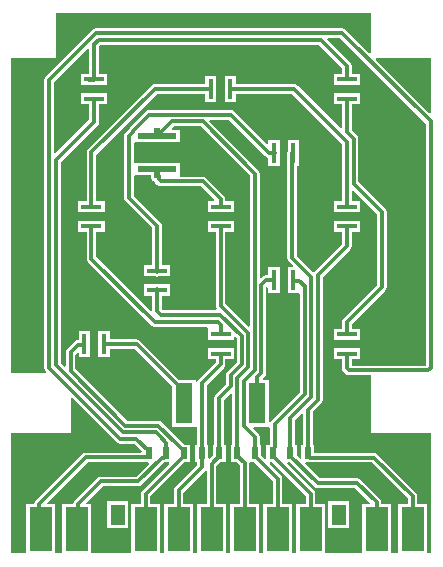
<source format=gtl>
G04*
G04 #@! TF.GenerationSoftware,Altium Limited,Altium Designer,23.2.1 (34)*
G04*
G04 Layer_Physical_Order=1*
G04 Layer_Color=255*
%FSLAX44Y44*%
%MOMM*%
G71*
G04*
G04 #@! TF.SameCoordinates,6A6E008A-4200-4647-9FD2-FB3E41D18EF4*
G04*
G04*
G04 #@! TF.FilePolarity,Positive*
G04*
G01*
G75*
%ADD14R,0.4500X1.7000*%
%ADD15R,0.5500X1.7000*%
%ADD16R,1.7000X0.4500*%
%ADD17R,1.7000X0.5500*%
%ADD18R,3.3000X1.3000*%
%ADD19R,3.3000X0.5000*%
%ADD20R,1.9050X3.8100*%
%ADD21R,1.4500X3.4500*%
%ADD22R,1.2500X1.8000*%
%ADD23R,0.6000X1.0000*%
%ADD24R,0.5000X0.5500*%
%ADD35C,0.3048*%
G36*
X317500Y436779D02*
X316327Y436293D01*
X296442Y456178D01*
X295097Y457077D01*
X293512Y457392D01*
X84948D01*
X83363Y457077D01*
X82018Y456178D01*
X42481Y416641D01*
X41583Y415297D01*
X41267Y413711D01*
Y169784D01*
X41583Y168198D01*
X42481Y166854D01*
X43061Y166273D01*
X42575Y165100D01*
X12700D01*
Y431800D01*
X50800D01*
Y469900D01*
X317500D01*
Y436779D01*
D02*
G37*
G36*
X364156Y376744D02*
Y171784D01*
X301644D01*
Y176960D01*
X308540D01*
Y186540D01*
X286460D01*
Y176960D01*
X293356D01*
Y169426D01*
X293672Y167840D01*
X294570Y166495D01*
X296355Y164710D01*
X297700Y163812D01*
X299286Y163496D01*
X317500D01*
Y114300D01*
X368300D01*
Y12700D01*
X365125D01*
Y54610D01*
X357204D01*
Y60960D01*
X356888Y62546D01*
X355990Y63890D01*
X323026Y96854D01*
X321682Y97752D01*
X320096Y98068D01*
X270040D01*
Y104940D01*
X268644D01*
Y132678D01*
X275726Y139761D01*
X276624Y141105D01*
X276940Y142691D01*
Y246426D01*
X300430Y269916D01*
X301328Y271261D01*
X301644Y272846D01*
Y284960D01*
X308540D01*
Y294540D01*
X286460D01*
Y284960D01*
X293356D01*
Y274563D01*
X269866Y251072D01*
X269002Y250987D01*
X255394Y264596D01*
Y340960D01*
X257040D01*
Y363040D01*
X247460D01*
Y353643D01*
X247422Y353586D01*
X247106Y352000D01*
Y262880D01*
X247422Y261294D01*
X248320Y259950D01*
X252056Y256213D01*
X251570Y255040D01*
X247460D01*
Y232960D01*
X257040D01*
X257476Y231871D01*
Y149036D01*
X233290Y124850D01*
X232560Y123757D01*
X231290Y123981D01*
Y159718D01*
X226601D01*
X226075Y160988D01*
X227974Y162887D01*
X228872Y164231D01*
X229188Y165817D01*
Y237913D01*
X229690Y238287D01*
X230960Y237649D01*
Y232960D01*
X240540D01*
Y255040D01*
X230960D01*
Y248144D01*
X228760D01*
X227174Y247828D01*
X225830Y246930D01*
X224773Y245873D01*
X223600Y246359D01*
Y334264D01*
X223284Y335850D01*
X222386Y337194D01*
X180849Y378731D01*
X181335Y379904D01*
X197450D01*
X228284Y349070D01*
X229629Y348172D01*
X230960Y347907D01*
Y340960D01*
X240540D01*
Y350357D01*
X240578Y350414D01*
X240894Y352000D01*
X240578Y353586D01*
X240540Y353643D01*
Y363040D01*
X230960D01*
Y359774D01*
X229787Y359288D01*
X202097Y386978D01*
X200752Y387876D01*
X199167Y388192D01*
X130301D01*
X128715Y387876D01*
X127371Y386978D01*
X113506Y373113D01*
X112608Y371769D01*
X112533Y371393D01*
X110070Y368930D01*
X109172Y367586D01*
X108856Y366000D01*
Y314000D01*
X109172Y312414D01*
X110070Y311070D01*
X132856Y288284D01*
Y257040D01*
X125960D01*
Y247460D01*
X135357D01*
X135414Y247422D01*
X137000Y247106D01*
X138586Y247422D01*
X138643Y247460D01*
X148040D01*
Y257040D01*
X141144D01*
Y290000D01*
X140828Y291586D01*
X139930Y292930D01*
X117144Y315716D01*
Y332028D01*
X117960Y332960D01*
X118414Y332960D01*
X131910D01*
Y330500D01*
X132107Y329509D01*
X132669Y328669D01*
X133509Y328107D01*
X134123Y327985D01*
X134148Y327860D01*
X135046Y326516D01*
X136832Y324730D01*
X138176Y323832D01*
X139761Y323516D01*
X173544D01*
X184847Y312213D01*
X184361Y311040D01*
X179460D01*
Y301460D01*
X201540D01*
Y311040D01*
X194644D01*
Y312420D01*
X194328Y314006D01*
X193430Y315350D01*
X178190Y330590D01*
X176846Y331488D01*
X175260Y331804D01*
X156314D01*
X156040Y332960D01*
X156040D01*
Y343040D01*
X118414D01*
X117960Y343040D01*
X117144Y343972D01*
Y360028D01*
X117960Y360960D01*
X156040D01*
Y371040D01*
X149635D01*
X149150Y372213D01*
X151252Y374316D01*
X173544D01*
X215312Y332548D01*
Y205357D01*
X214139Y204871D01*
X194644Y224366D01*
Y284960D01*
X201540D01*
Y294540D01*
X179460D01*
Y284960D01*
X186356D01*
Y222650D01*
X186672Y221064D01*
X187106Y220414D01*
X186428Y219144D01*
X141716D01*
X141144Y219716D01*
Y230960D01*
X148040D01*
Y240540D01*
X138643D01*
X138586Y240578D01*
X137000Y240894D01*
X135414Y240578D01*
X135357Y240540D01*
X125960D01*
Y230960D01*
X132856D01*
Y218416D01*
X131766Y217864D01*
X131630Y217847D01*
X85367Y264109D01*
Y284960D01*
X92264D01*
Y294540D01*
X70184D01*
Y284960D01*
X77080D01*
Y262393D01*
X77396Y260807D01*
X78294Y259463D01*
X132407Y205350D01*
X133751Y204452D01*
X135337Y204136D01*
X179041D01*
X179460Y203040D01*
X179460D01*
Y193460D01*
X201540D01*
Y196188D01*
X202713Y196674D01*
X204136Y195251D01*
Y174477D01*
X196080Y166421D01*
X195182Y165077D01*
X194866Y163491D01*
Y155974D01*
X186570Y147678D01*
X185672Y146333D01*
X185356Y144748D01*
Y104940D01*
X183960D01*
Y95720D01*
X181213Y92973D01*
X180040Y93459D01*
Y104940D01*
X178644D01*
Y155004D01*
X193430Y169790D01*
X194328Y171134D01*
X194644Y172720D01*
Y176960D01*
X201540D01*
Y186540D01*
X179460D01*
Y176960D01*
X186356D01*
Y174436D01*
X171570Y159650D01*
X170672Y158306D01*
X170560Y157744D01*
X169290Y157869D01*
Y159718D01*
X155570D01*
X122358Y192930D01*
X121014Y193828D01*
X119428Y194144D01*
X96540D01*
Y201040D01*
X86960D01*
Y178960D01*
X96540D01*
Y185856D01*
X117712D01*
X149710Y153858D01*
Y120138D01*
X169086D01*
X169290Y120138D01*
X170356Y119647D01*
Y104940D01*
X168960D01*
Y89860D01*
X170356D01*
Y87316D01*
X152010Y68970D01*
X151112Y67626D01*
X150796Y66040D01*
Y54610D01*
X142875D01*
Y12700D01*
X139065D01*
Y54610D01*
X131144D01*
Y61184D01*
X159820Y89860D01*
X165040D01*
Y104940D01*
X159820D01*
X155929Y108831D01*
X155924Y108839D01*
X140833Y123930D01*
X139488Y124828D01*
X137903Y125144D01*
X111716D01*
X67644Y169216D01*
Y181164D01*
X69287Y182807D01*
X70460Y182321D01*
Y178960D01*
X80040D01*
Y201040D01*
X70460D01*
Y193737D01*
X70213D01*
X68628Y193422D01*
X67284Y192523D01*
X60570Y185810D01*
X59672Y184466D01*
X59356Y182880D01*
Y171260D01*
X58183Y170774D01*
X55142Y173815D01*
Y344090D01*
X86430Y375378D01*
X87328Y376722D01*
X87644Y378308D01*
Y392960D01*
X94540D01*
Y402540D01*
X72460D01*
Y392960D01*
X79356D01*
Y380024D01*
X50728Y351396D01*
X49555Y351882D01*
Y411995D01*
X78183Y440623D01*
X79356Y440137D01*
Y419040D01*
X72460D01*
Y409460D01*
X77991D01*
X78049Y409422D01*
X79634Y409106D01*
X83500D01*
X85086Y409422D01*
X85143Y409460D01*
X94540D01*
Y419040D01*
X87644D01*
Y442181D01*
X88979Y443517D01*
X273623D01*
X293356Y423784D01*
Y419040D01*
X286460D01*
Y409460D01*
X308540D01*
Y419040D01*
X301644D01*
Y425500D01*
X301328Y427086D01*
X300430Y428430D01*
X280929Y447931D01*
X281415Y449105D01*
X291795D01*
X364156Y376744D01*
D02*
G37*
G36*
X368300Y385979D02*
X367127Y385493D01*
X321993Y430627D01*
X322479Y431800D01*
X368300D01*
Y385979D01*
D02*
G37*
G36*
X260356Y130634D02*
Y104940D01*
X258960D01*
Y93459D01*
X257787Y92973D01*
X255040Y95720D01*
Y104940D01*
X253644D01*
Y125581D01*
X259183Y131121D01*
X260356Y130634D01*
D02*
G37*
G36*
X231290Y120138D02*
X232076Y119194D01*
Y104940D01*
X228960D01*
Y93459D01*
X227787Y92973D01*
X225040Y95720D01*
Y104940D01*
X223644D01*
Y111681D01*
X223328Y113267D01*
X222430Y114611D01*
X218076Y118965D01*
X218562Y120138D01*
X231290D01*
D02*
G37*
G36*
X265976Y89780D02*
X318380D01*
X348916Y59244D01*
Y54610D01*
X340995D01*
Y12700D01*
X334645D01*
Y54610D01*
X326724D01*
Y55880D01*
X326408Y57466D01*
X325510Y58810D01*
X309155Y75165D01*
X307811Y76063D01*
X306225Y76379D01*
X274381D01*
X262073Y88687D01*
X262559Y89860D01*
X265576D01*
X265976Y89780D01*
D02*
G37*
G36*
X269735Y69305D02*
X271079Y68407D01*
X272665Y68091D01*
X304509D01*
X316817Y55783D01*
X316331Y54610D01*
X310515D01*
Y12700D01*
X278765D01*
Y54610D01*
X270844D01*
Y63200D01*
X270528Y64786D01*
X269630Y66130D01*
X247073Y88687D01*
X247559Y89860D01*
X249180D01*
X269735Y69305D01*
D02*
G37*
G36*
X262556Y61484D02*
Y54610D01*
X254635D01*
Y12700D01*
X250825D01*
Y54610D01*
X242904D01*
Y76140D01*
X242588Y77726D01*
X241690Y79070D01*
X232073Y88687D01*
X232559Y89860D01*
X234180D01*
X262556Y61484D01*
D02*
G37*
G36*
X234616Y74424D02*
Y54610D01*
X226695D01*
Y12700D01*
X222885D01*
Y54610D01*
X214964D01*
Y89080D01*
X215604Y89860D01*
X219180D01*
X234616Y74424D01*
D02*
G37*
G36*
X200356Y148085D02*
Y104940D01*
X198960D01*
Y89860D01*
X204180D01*
X206676Y87364D01*
Y54610D01*
X198755D01*
Y12700D01*
X194945D01*
Y54610D01*
X187024D01*
Y87064D01*
X189820Y89860D01*
X195040D01*
Y104940D01*
X193644D01*
Y143031D01*
X199183Y148571D01*
X200356Y148085D01*
D02*
G37*
G36*
X178736Y82339D02*
Y54610D01*
X170815D01*
Y12700D01*
X167005D01*
Y54610D01*
X159084D01*
Y64324D01*
X177430Y82670D01*
X177466Y82724D01*
X178736Y82339D01*
D02*
G37*
G36*
X146927Y88687D02*
X124070Y65830D01*
X123172Y64486D01*
X122856Y62900D01*
Y54610D01*
X114935D01*
Y12700D01*
X80645D01*
Y54610D01*
X77369D01*
X76883Y55783D01*
X90616Y69516D01*
X120760D01*
X122346Y69832D01*
X123690Y70730D01*
X142740Y89780D01*
X143024D01*
X143425Y89860D01*
X146441D01*
X146927Y88687D01*
D02*
G37*
G36*
X129927D02*
X119044Y77804D01*
X88900D01*
X87314Y77488D01*
X85970Y76590D01*
X67167Y57786D01*
X66268Y56442D01*
X65953Y54857D01*
Y54610D01*
X56515D01*
Y12700D01*
X50165D01*
Y54610D01*
X44349D01*
X43863Y55783D01*
X77916Y89836D01*
X128024D01*
X128143Y89860D01*
X129441D01*
X129927Y88687D01*
D02*
G37*
G36*
X102441Y106894D02*
X103785Y105996D01*
X105371Y105680D01*
X105371Y105680D01*
X117360D01*
X123646Y99394D01*
X123203Y98124D01*
X76200D01*
X74614Y97808D01*
X73270Y96910D01*
X34146Y57786D01*
X33248Y56442D01*
X32933Y54857D01*
Y54610D01*
X26035D01*
Y12700D01*
X12700D01*
Y114300D01*
X63500D01*
Y144176D01*
X64673Y144662D01*
X102441Y106894D01*
D02*
G37*
%LPC*%
G36*
X187040Y417040D02*
X177460D01*
Y410144D01*
X135000D01*
X133414Y409828D01*
X132070Y408930D01*
X78294Y355154D01*
X77396Y353810D01*
X77080Y352224D01*
Y311040D01*
X70184D01*
Y301460D01*
X92264D01*
Y311040D01*
X85367D01*
Y350508D01*
X136716Y401856D01*
X177460D01*
Y394960D01*
X187040D01*
Y417040D01*
D02*
G37*
G36*
X203540D02*
X193960D01*
Y394960D01*
X203540D01*
Y401856D01*
X251284D01*
X293356Y359784D01*
Y311040D01*
X286460D01*
Y301460D01*
X308540D01*
Y311040D01*
X301644D01*
Y319825D01*
X302817Y320311D01*
X322856Y300272D01*
Y239816D01*
X294570Y211530D01*
X293672Y210186D01*
X293356Y208600D01*
Y203040D01*
X286460D01*
Y193460D01*
X308540D01*
Y203040D01*
X301644D01*
Y206884D01*
X329930Y235170D01*
X330828Y236514D01*
X331144Y238100D01*
Y301988D01*
X330828Y303574D01*
X329930Y304918D01*
X307232Y327616D01*
Y363815D01*
X306916Y365400D01*
X306018Y366745D01*
X301644Y371119D01*
Y392960D01*
X308540D01*
Y402540D01*
X286460D01*
Y392960D01*
X293356D01*
Y373163D01*
X292183Y372677D01*
X255930Y408930D01*
X254586Y409828D01*
X253000Y410144D01*
X203540D01*
Y417040D01*
D02*
G37*
G36*
X299340Y57040D02*
X281760D01*
Y33960D01*
X299340D01*
Y57040D01*
D02*
G37*
G36*
X112240D02*
X94660D01*
Y33960D01*
X112240D01*
Y57040D01*
D02*
G37*
%LPD*%
D14*
X252250Y244000D02*
D03*
X235750D02*
D03*
X91750Y190000D02*
D03*
X75250D02*
D03*
X252250Y352000D02*
D03*
X235750D02*
D03*
X198750Y406000D02*
D03*
X182250D02*
D03*
D15*
X244000Y244000D02*
D03*
X83500Y190000D02*
D03*
X244000Y352000D02*
D03*
X190500Y406000D02*
D03*
D16*
X137000Y252250D02*
D03*
Y235750D02*
D03*
X297500Y181750D02*
D03*
Y198250D02*
D03*
Y397750D02*
D03*
Y414250D02*
D03*
X83500Y414250D02*
D03*
Y397750D02*
D03*
X190500Y306250D02*
D03*
Y289750D02*
D03*
X297500Y289750D02*
D03*
Y306250D02*
D03*
X81224Y306250D02*
D03*
Y289750D02*
D03*
X190500Y198250D02*
D03*
Y181750D02*
D03*
D17*
X137000Y244000D02*
D03*
X297500Y190000D02*
D03*
Y406000D02*
D03*
X83500Y406000D02*
D03*
X190500Y298000D02*
D03*
X297500Y298000D02*
D03*
X81224Y298000D02*
D03*
X190500Y190000D02*
D03*
D18*
X137000Y352000D02*
D03*
D19*
Y338000D02*
D03*
Y366000D02*
D03*
D20*
X182880Y33020D02*
D03*
X353060D02*
D03*
X322580D02*
D03*
X266700D02*
D03*
X238760D02*
D03*
X210820D02*
D03*
X154940D02*
D03*
X127000D02*
D03*
X68580D02*
D03*
X38100D02*
D03*
D21*
X159500Y139928D02*
D03*
X221500D02*
D03*
D22*
X103450Y45500D02*
D03*
X290550D02*
D03*
D23*
X264500Y97400D02*
D03*
X249500D02*
D03*
X234500D02*
D03*
X219500D02*
D03*
X204500D02*
D03*
X189500D02*
D03*
X174500D02*
D03*
X159500D02*
D03*
X144500D02*
D03*
X129500D02*
D03*
D24*
X137000Y370750D02*
D03*
X137000Y333250D02*
D03*
D35*
X366515Y167640D02*
X368300Y169426D01*
X299286Y167640D02*
X366515D01*
X297500Y169426D02*
X299286Y167640D01*
X297500Y169426D02*
Y181750D01*
X368300Y169426D02*
Y378460D01*
X135337Y208280D02*
X187960D01*
X190500Y198250D02*
Y205740D01*
X187960Y208280D02*
X190500Y205740D01*
X174500Y156720D02*
X190500Y172720D01*
X174500Y97400D02*
Y156720D01*
X190500Y172720D02*
Y181750D01*
X83500Y378308D02*
Y397750D01*
Y443897D02*
X87263Y447660D01*
X83500Y414250D02*
Y443897D01*
X87263Y447660D02*
X275340D01*
X297500Y414250D02*
Y425500D01*
Y369403D02*
Y397750D01*
Y369403D02*
X303088Y363815D01*
X297500Y198250D02*
Y208600D01*
X327000Y238100D01*
Y301988D01*
X225044Y165817D02*
Y240284D01*
X228760Y244000D02*
X235750D01*
X225044Y240284D02*
X228760Y244000D01*
X252250Y243820D02*
X252976Y243093D01*
X261620Y147320D02*
Y238760D01*
X252250Y243820D02*
Y244000D01*
X252976Y243093D02*
X257286D01*
X261620Y238760D01*
X190500Y306250D02*
Y312420D01*
X175260Y327660D02*
X190500Y312420D01*
X139761Y327660D02*
X175260D01*
X137000Y333250D02*
Y338000D01*
Y333250D02*
X137976Y332274D01*
Y329445D02*
X139761Y327660D01*
X137976Y329445D02*
Y332274D01*
X91750Y190000D02*
X119428D01*
X74844Y189594D02*
X75250Y190000D01*
X70213Y189594D02*
X74844D01*
X63500Y182880D02*
X70213Y189594D01*
X63500Y167500D02*
Y182880D01*
X137000Y251250D02*
Y290000D01*
Y218000D02*
Y236750D01*
Y218000D02*
X140000Y215000D01*
X190247D01*
X113000Y314000D02*
X137000Y290000D01*
X81224Y262393D02*
Y289750D01*
Y262393D02*
X135337Y208280D01*
X63500Y167500D02*
X110000Y121000D01*
X116436Y370183D02*
X130301Y384048D01*
X149536Y378460D02*
X175260D01*
X137000Y365924D02*
X149536Y378460D01*
X175260D02*
X219456Y334264D01*
X199167Y384048D02*
X231215Y352000D01*
X130301Y384048D02*
X199167D01*
X113000Y366000D02*
X116436Y369436D01*
Y370183D01*
X293512Y453248D02*
X368300Y378460D01*
X84948Y453248D02*
X293512D01*
X221500Y162273D02*
X225044Y165817D01*
X210324Y202826D02*
X213868Y199282D01*
X210324Y166902D02*
X213868Y170446D01*
X221500Y139928D02*
Y162273D01*
X210186Y158862D02*
X219456Y168132D01*
X213868Y170446D02*
Y199282D01*
X199010Y163491D02*
X208280Y172761D01*
X219456Y168132D02*
Y334264D01*
X190247Y215000D02*
X208280Y196967D01*
Y172761D02*
Y196967D01*
X190500Y222650D02*
X210324Y202826D01*
X204598Y161176D02*
X210324Y166902D01*
X210186Y120995D02*
X219500Y111681D01*
X189500Y144748D02*
X199010Y154258D01*
Y163491D01*
X210186Y120995D02*
Y158862D01*
X204598Y151943D02*
Y161176D01*
X50999Y345807D02*
X83500Y378308D01*
X81224Y306250D02*
Y352224D01*
X50999Y172099D02*
Y345807D01*
X81224Y352224D02*
X135000Y406000D01*
X272796Y142691D02*
Y248142D01*
X236220Y121920D02*
X261620Y147320D01*
X264500Y134395D02*
X272796Y142691D01*
X264500Y95400D02*
Y134395D01*
X249500Y127297D02*
X267208Y145005D01*
Y246922D01*
X272796Y248142D02*
X297500Y272846D01*
X251250Y262880D02*
X267208Y246922D01*
X249500Y95400D02*
Y127297D01*
X236220Y102662D02*
Y121920D01*
X235976Y102417D02*
X236220Y102662D01*
X234500Y97400D02*
X235976Y98876D01*
Y102417D01*
X234500Y95400D02*
Y97400D01*
X45411Y169784D02*
Y413711D01*
X84948Y453248D01*
X353060Y33020D02*
Y60960D01*
X320096Y93924D02*
X353060Y60960D01*
X265976Y93924D02*
X320096D01*
X154940Y33020D02*
Y66040D01*
X174500Y85600D01*
Y97400D01*
X306225Y72235D02*
X322580Y55880D01*
X272665Y72235D02*
X306225D01*
X322580Y33020D02*
Y55880D01*
X264500Y95400D02*
X265976Y93924D01*
X249500Y95400D02*
X272665Y72235D01*
X234500Y95400D02*
X266700Y63200D01*
Y33020D02*
Y63200D01*
X238760Y33020D02*
Y76140D01*
X219500Y95400D02*
X238760Y76140D01*
X219500Y95400D02*
Y97400D01*
Y111681D01*
X210820Y33020D02*
Y89080D01*
X204500Y95400D02*
X210820Y89080D01*
X204500Y95400D02*
Y97400D01*
X189500Y95400D02*
Y97400D01*
Y144748D01*
X182880Y33020D02*
Y88780D01*
X189500Y95400D01*
X127000Y62900D02*
X159500Y95400D01*
Y97400D01*
X127000Y33020D02*
Y62900D01*
X37076Y34044D02*
X38100Y33020D01*
X37076Y54857D02*
X76200Y93980D01*
X37076Y34044D02*
Y54857D01*
X76200Y93980D02*
X128024D01*
X70097Y34536D02*
Y54857D01*
X88900Y73660D02*
X120760D01*
X70097Y54857D02*
X88900Y73660D01*
X68580Y33020D02*
X70097Y34536D01*
X141024Y93924D02*
X143024D01*
X144500Y95400D02*
Y97400D01*
X143024Y93924D02*
X144500Y95400D01*
X120760Y73660D02*
X141024Y93924D01*
X128024Y93980D02*
X129500Y95456D01*
Y99400D01*
X303088Y325900D02*
X327000Y301988D01*
X253000Y406000D02*
X297500Y361500D01*
Y306250D02*
Y361500D01*
X303088Y325900D02*
Y363815D01*
X198750Y406000D02*
X253000D01*
X275340Y447660D02*
X297500Y425500D01*
X79360Y413524D02*
X79634Y413250D01*
X83500D01*
X190500Y222650D02*
Y289750D01*
X110000Y121000D02*
X137903D01*
X50999Y172099D02*
X107685Y115412D01*
X45411Y169784D02*
X105371Y109824D01*
X119076D01*
X107685Y115412D02*
X135588D01*
X119076Y109824D02*
X129500Y99400D01*
X139000Y112000D02*
Y112000D01*
X144402Y97499D02*
Y106599D01*
X137903Y121000D02*
X152994Y105909D01*
Y105906D02*
X159500Y99400D01*
X139000Y112000D02*
X144402Y106599D01*
X152994Y105906D02*
Y105909D01*
X144402Y97499D02*
X144500Y97400D01*
X135588Y115412D02*
X139000Y112000D01*
X297500Y272846D02*
Y289750D01*
X251250Y262880D02*
Y352000D01*
X204500Y97400D02*
Y151845D01*
X204598Y151943D01*
X231215Y352000D02*
X236750D01*
X113000Y314000D02*
Y366000D01*
X135000Y406000D02*
X182250D01*
X119428Y190000D02*
X159500Y149928D01*
Y139928D02*
Y149928D01*
X159500Y97400D02*
Y99400D01*
M02*

</source>
